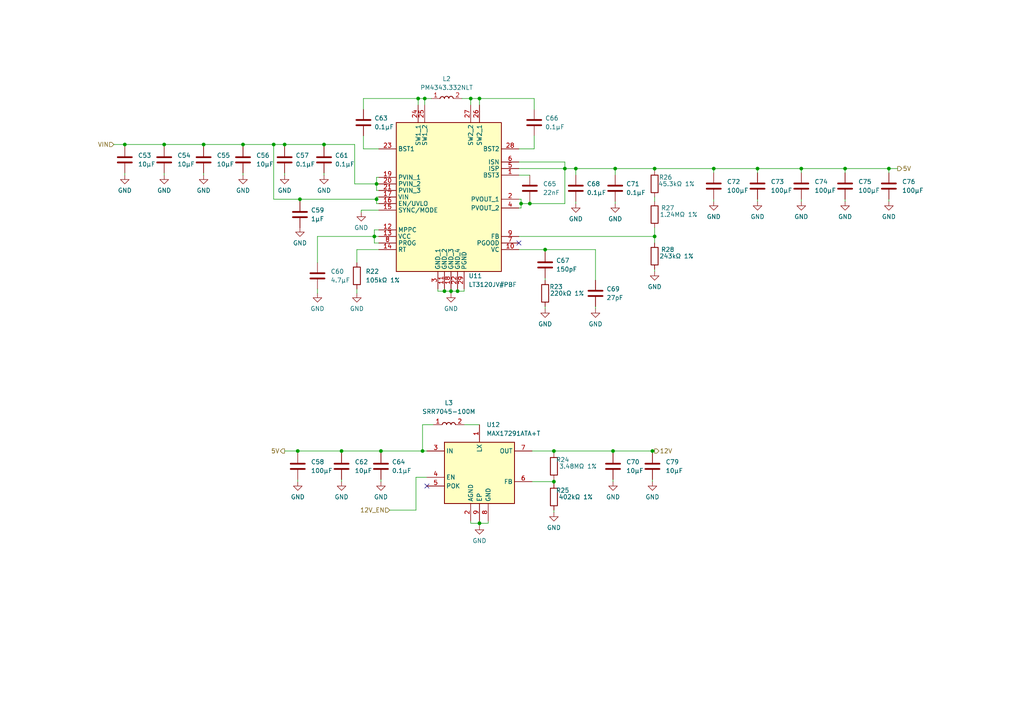
<source format=kicad_sch>
(kicad_sch (version 20230121) (generator eeschema)
  (paper "A4")
  (lib_symbols
    (symbol "Device:C" (pin_numbers hide) (pin_names (offset 0.254))
      (property "Reference" "C" (at 0.635 2.54 0))
      (property "Value" "C" (at 0.635 -2.54 0))
      (symbol "C_0_1"
        (polyline (pts (xy -2.032 -0.762) (xy 2.032 -0.762)) (stroke (width 0.508)))
        (polyline (pts (xy -2.032 0.762) (xy 2.032 0.762)) (stroke (width 0.508)))
      )
      (symbol "C_1_1"
        (pin passive line (at 0 3.81 270) (length 2.794) (name "~") (number "1"))
        (pin passive line (at 0 -3.81 90) (length 2.794) (name "~") (number "2"))
      )
    )
    (symbol "Device:R" (pin_numbers hide) (pin_names (offset 0))
      (property "Reference" "R" (at 2.032 0 90))
      (property "Value" "R" (at 0 0 90))
      (symbol "R_0_1"
        (rectangle (start -1.016 -2.54) (end 1.016 2.54) (stroke (width 0.254)))
      )
      (symbol "R_1_1"
        (pin passive line (at 0 3.81 270) (length 1.27) (name "~") (number "1"))
        (pin passive line (at 0 -3.81 90) (length 1.27) (name "~") (number "2"))
      )
    )
    (symbol "LT3120JV#PBF:LT3120JV#PBF"
      (property "Reference" "IC" (at 15.875 21.59 0))
      (property "Value" "LT3120JV#PBF" (at 15.875 19.685 0))
      (symbol "LT3120JV#PBF_1_1"
        (rectangle (start -15.875 20.32) (end 14.605 -22.86) (stroke (width 0.254)) (fill (type background)))
        (pin passive line (at 19.685 5.08 180) (length 5.08) (name "BST3") (number "1"))
        (pin passive line (at 19.685 -16.51 180) (length 5.08) (name "VC") (number "10"))
        (pin passive line (at -1.905 -27.94 90) (length 5.08) (name "GND_2") (number "11"))
        (pin passive line (at -20.955 -10.795 0) (length 5.08) (name "MPPC") (number "12"))
        (pin passive line (at -20.955 -12.7 0) (length 5.08) (name "VCC") (number "13"))
        (pin passive line (at -20.955 -16.51 0) (length 5.08) (name "RT") (number "14"))
        (pin passive line (at -20.955 -5.08 0) (length 5.08) (name "SYNC/MODE") (number "15"))
        (pin passive line (at -20.955 -3.175 0) (length 5.08) (name "EN/UVLO") (number "16"))
        (pin passive line (at -20.955 -1.27 0) (length 5.08) (name "VIN") (number "17"))
        (pin passive line (at 0 -27.94 90) (length 5.08) (name "GND_3") (number "18"))
        (pin passive line (at -20.955 4.445 0) (length 5.08) (name "PVIN_1") (number "19"))
        (pin passive line (at 19.685 -1.905 180) (length 5.08) (name "PVOUT_1") (number "2"))
        (pin passive line (at -20.955 2.54 0) (length 5.08) (name "PVIN_2") (number "20"))
        (pin passive line (at -20.955 0.635 0) (length 5.08) (name "PVIN_3") (number "21"))
        (pin passive line (at 1.905 -27.94 90) (length 5.08) (name "GND_4") (number "22"))
        (pin passive line (at -20.955 12.7 0) (length 5.08) (name "BST1") (number "23"))
        (pin passive line (at -9.525 25.4 270) (length 5.08) (name "SW1_1") (number "24"))
        (pin passive line (at -7.62 25.4 270) (length 5.08) (name "SW1_2") (number "25"))
        (pin passive line (at 8.255 25.4 270) (length 5.08) (name "SW2_1") (number "26"))
        (pin passive line (at 5.715 25.4 270) (length 5.08) (name "SW2_2") (number "27"))
        (pin passive line (at 19.685 12.7 180) (length 5.08) (name "BST2") (number "28"))
        (pin passive line (at 3.81 -27.94 90) (length 5.08) (name "PGND") (number "29"))
        (pin passive line (at -3.81 -27.94 90) (length 5.08) (name "GND_1") (number "3"))
        (pin passive line (at 19.685 -4.445 180) (length 5.08) (name "PVOUT_2") (number "4"))
        (pin passive line (at 19.685 6.985 180) (length 5.08) (name "ISP") (number "5"))
        (pin passive line (at 19.685 8.89 180) (length 5.08) (name "ISN") (number "6"))
        (pin passive line (at 19.685 -14.605 180) (length 5.08) (name "PGOOD") (number "7"))
        (pin passive line (at -20.955 -14.605 0) (length 5.08) (name "PROG") (number "8"))
        (pin passive line (at 19.685 -12.7 180) (length 5.08) (name "FB") (number "9"))
      )
    )
    (symbol "MAX17291ATA+T:MAX17291ATA+T"
      (property "Reference" "U" (at 1.905 11.43 0))
      (property "Value" "MAX17291ATA+T" (at 8.89 9.525 0))
      (symbol "MAX17291ATA+T_1_1"
        (rectangle (start -10.16 8.255) (end 10.16 -9.525) (stroke (width 0.254)) (fill (type background)))
        (pin passive line (at 0 13.335 270) (length 5.08) (name "LX") (number "1"))
        (pin passive line (at -2.54 -14.605 90) (length 5.08) (name "AGND") (number "2"))
        (pin passive line (at -15.24 5.715 0) (length 5.08) (name "IN") (number "3"))
        (pin passive line (at -15.24 -1.905 0) (length 5.08) (name "EN") (number "4"))
        (pin passive line (at -15.24 -4.445 0) (length 5.08) (name "POK") (number "5"))
        (pin passive line (at 15.24 -3.175 180) (length 5.08) (name "FB") (number "6"))
        (pin passive line (at 15.24 5.715 180) (length 5.08) (name "OUT") (number "7"))
        (pin passive line (at 2.54 -14.605 90) (length 5.08) (name "GND") (number "8"))
        (pin passive line (at 0 -14.605 90) (length 5.08) (name "EP") (number "9"))
      )
    )
    (symbol "PM4343_332NLT:PM4343.332NLT" (pin_names hide)
      (property "Reference" "L" (at -6.985 5.08 0))
      (property "Value" "PM4343.332NLT" (at 0 3.175 0))
      (symbol "PM4343.332NLT_1_1"
        (arc (start -0.635 0) (mid -1.27 0.5535) (end -1.905 0) (stroke (width 0.254)))
        (arc (start 0.635 0.0875) (mid 0 0.641) (end -0.635 0.0875) (stroke (width 0.254)))
        (arc (start 1.905 0.0875) (mid 1.27 0.641) (end 0.635 0.0875) (stroke (width 0.254)))
        (pin passive line (at -4.445 0 0) (length 2.54) (name "1") (number "1"))
        (pin passive line (at 4.445 0 180) (length 2.54) (name "2") (number "2"))
      )
    )
    (symbol "SRR7045-100M:SRR7045-100M" (pin_names hide)
      (property "Reference" "L" (at -5.715 5.08 0))
      (property "Value" "SRR7045-100M" (at 1.27 3.175 0))
      (symbol "SRR7045-100M_1_1"
        (arc (start -0.635 0.083) (mid -1.27 0.6404) (end -1.905 0.083) (stroke (width 0.254)))
        (arc (start 0.635 0.0714) (mid 0 0.639) (end -0.635 0.0714) (stroke (width 0.254)))
        (arc (start 1.905 0.0677) (mid 1.27 0.6386) (end 0.635 0.0677) (stroke (width 0.254)))
        (pin passive line (at -4.445 0 0) (length 2.54) (name "1") (number "1"))
        (pin passive line (at 4.445 0 180) (length 2.54) (name "2") (number "2"))
      )
    )
    (symbol "power:GND" (power) (pin_names (offset 0))
      (property "Value" "GND" (at 0 -3.81 0))
      (symbol "GND_0_1"
        (polyline (pts (xy 0 0) (xy 0 -1.27) (xy 1.27 -1.27) (xy 0 -2.54) (xy -1.27 -1.27) (xy 0 -1.27)))
      )
      (symbol "GND_1_1"
        (pin power_in line (at 0 0 270) (length 0) hide (name "GND") (number "1"))
      )
    )
  )
  (junction (at 219.71 48.895))
  (junction (at 128.905 84.455))
  (junction (at 232.41 48.895))
  (junction (at 257.81 48.895))
  (junction (at 189.23 130.81))
  (junction (at 178.435 48.895))
  (junction (at 122.555 130.81))
  (junction (at 158.115 72.39))
  (junction (at 108.585 68.58))
  (junction (at 139.065 28.575))
  (junction (at 79.375 41.91))
  (junction (at 189.865 48.895))
  (junction (at 167.005 48.895))
  (junction (at 132.715 84.455))
  (junction (at 47.625 41.91))
  (junction (at 139.065 151.765))
  (junction (at 130.81 84.455))
  (junction (at 86.995 57.785))
  (junction (at 207.01 48.895))
  (junction (at 151.13 59.055))
  (junction (at 160.655 139.7))
  (junction (at 163.83 48.895))
  (junction (at 86.36 130.81))
  (junction (at 123.19 28.575))
  (junction (at 109.22 57.785))
  (junction (at 153.67 59.055))
  (junction (at 160.655 130.81))
  (junction (at 36.195 41.91))
  (junction (at 177.8 130.81))
  (junction (at 189.865 68.58))
  (junction (at 110.49 130.81))
  (junction (at 136.525 28.575))
  (junction (at 109.22 53.34))
  (junction (at 59.055 41.91))
  (junction (at 93.98 41.91))
  (junction (at 99.06 130.81))
  (junction (at 121.285 28.575))
  (junction (at 82.55 41.91))
  (junction (at 245.11 48.895))
  (junction (at 70.485 41.91))
  (no_connect (at 123.825 140.97))
  (no_connect (at 150.495 70.485))
  (wire (pts (xy 127 83.82) (xy 127 84.455)))
  (wire (pts (xy 245.11 58.42) (xy 245.11 57.785)))
  (wire (pts (xy 207.01 50.165) (xy 207.01 48.895)))
  (wire (pts (xy 92.075 68.58) (xy 108.585 68.58)))
  (wire (pts (xy 122.555 123.19) (xy 122.555 130.81)))
  (wire (pts (xy 108.585 68.58) (xy 108.585 70.485)))
  (wire (pts (xy 104.775 61.595) (xy 104.775 60.96)))
  (wire (pts (xy 189.865 66.04) (xy 189.865 68.58)))
  (wire (pts (xy 93.98 50.8) (xy 93.98 50.165)))
  (wire (pts (xy 189.865 78.74) (xy 189.865 78.105)))
  (wire (pts (xy 109.22 53.34) (xy 109.855 53.34)))
  (wire (pts (xy 232.41 48.895) (xy 219.71 48.895)))
  (wire (pts (xy 136.525 28.575) (xy 136.525 30.48)))
  (wire (pts (xy 59.055 42.545) (xy 59.055 41.91)))
  (wire (pts (xy 103.505 72.39) (xy 103.505 76.2)))
  (wire (pts (xy 99.06 130.81) (xy 110.49 130.81)))
  (wire (pts (xy 167.005 48.895) (xy 163.83 48.895)))
  (wire (pts (xy 158.115 88.9) (xy 158.115 89.535)))
  (wire (pts (xy 163.83 46.99) (xy 163.83 48.895)))
  (wire (pts (xy 109.855 59.055) (xy 109.22 59.055)))
  (wire (pts (xy 109.22 53.34) (xy 109.22 55.245)))
  (wire (pts (xy 130.81 84.455) (xy 132.715 84.455)))
  (wire (pts (xy 177.8 131.445) (xy 177.8 130.81)))
  (wire (pts (xy 219.71 58.42) (xy 219.71 57.785)))
  (wire (pts (xy 36.195 41.91) (xy 47.625 41.91)))
  (wire (pts (xy 109.855 55.245) (xy 109.22 55.245)))
  (wire (pts (xy 47.625 50.8) (xy 47.625 50.165)))
  (wire (pts (xy 109.855 72.39) (xy 103.505 72.39)))
  (wire (pts (xy 178.435 48.895) (xy 167.005 48.895)))
  (wire (pts (xy 257.81 48.895) (xy 260.35 48.895)))
  (wire (pts (xy 189.23 139.7) (xy 189.23 139.065)))
  (wire (pts (xy 158.115 80.645) (xy 158.115 81.28)))
  (wire (pts (xy 189.865 68.58) (xy 189.865 70.485)))
  (wire (pts (xy 123.19 28.575) (xy 123.19 30.48)))
  (wire (pts (xy 102.87 53.34) (xy 109.22 53.34)))
  (wire (pts (xy 92.075 76.2) (xy 92.075 68.58)))
  (wire (pts (xy 93.98 41.91) (xy 102.87 41.91)))
  (wire (pts (xy 109.855 51.435) (xy 109.22 51.435)))
  (wire (pts (xy 160.655 130.81) (xy 154.305 130.81)))
  (wire (pts (xy 86.36 130.81) (xy 99.06 130.81)))
  (wire (pts (xy 86.995 58.42) (xy 86.995 57.785)))
  (wire (pts (xy 36.195 42.545) (xy 36.195 41.91)))
  (wire (pts (xy 177.8 139.7) (xy 177.8 139.065)))
  (wire (pts (xy 82.55 41.91) (xy 82.55 42.545)))
  (wire (pts (xy 70.485 41.91) (xy 79.375 41.91)))
  (wire (pts (xy 110.49 139.7) (xy 110.49 139.065)))
  (wire (pts (xy 150.495 72.39) (xy 158.115 72.39)))
  (wire (pts (xy 257.81 58.42) (xy 257.81 57.785)))
  (wire (pts (xy 113.03 147.955) (xy 120.65 147.955)))
  (wire (pts (xy 130.81 85.09) (xy 130.81 84.455)))
  (wire (pts (xy 163.83 59.055) (xy 153.67 59.055)))
  (wire (pts (xy 79.375 57.785) (xy 79.375 41.91)))
  (wire (pts (xy 150.495 60.325) (xy 151.13 60.325)))
  (wire (pts (xy 47.625 42.545) (xy 47.625 41.91)))
  (wire (pts (xy 109.22 51.435) (xy 109.22 53.34)))
  (wire (pts (xy 189.865 49.53) (xy 189.865 48.895)))
  (wire (pts (xy 154.94 28.575) (xy 139.065 28.575)))
  (wire (pts (xy 245.11 50.165) (xy 245.11 48.895)))
  (wire (pts (xy 86.36 139.7) (xy 86.36 139.065)))
  (wire (pts (xy 150.495 57.785) (xy 151.13 57.785)))
  (wire (pts (xy 125.095 28.575) (xy 123.19 28.575)))
  (wire (pts (xy 59.055 50.8) (xy 59.055 50.165)))
  (wire (pts (xy 154.94 43.18) (xy 150.495 43.18)))
  (wire (pts (xy 108.585 70.485) (xy 109.855 70.485)))
  (wire (pts (xy 105.41 43.18) (xy 105.41 39.37)))
  (wire (pts (xy 104.775 60.96) (xy 109.855 60.96)))
  (wire (pts (xy 158.115 72.39) (xy 172.72 72.39)))
  (wire (pts (xy 178.435 50.8) (xy 178.435 48.895)))
  (wire (pts (xy 167.005 59.055) (xy 167.005 58.42)))
  (wire (pts (xy 47.625 41.91) (xy 59.055 41.91)))
  (wire (pts (xy 139.065 28.575) (xy 136.525 28.575)))
  (wire (pts (xy 82.55 130.81) (xy 86.36 130.81)))
  (wire (pts (xy 151.13 59.055) (xy 151.13 60.325)))
  (wire (pts (xy 150.495 68.58) (xy 189.865 68.58)))
  (wire (pts (xy 177.8 130.81) (xy 160.655 130.81)))
  (wire (pts (xy 134.62 83.82) (xy 134.62 84.455)))
  (wire (pts (xy 189.23 130.81) (xy 189.865 130.81)))
  (wire (pts (xy 257.81 50.165) (xy 257.81 48.895)))
  (wire (pts (xy 160.655 148.59) (xy 160.655 147.955)))
  (wire (pts (xy 207.01 58.42) (xy 207.01 57.785)))
  (wire (pts (xy 150.495 50.8) (xy 153.67 50.8)))
  (wire (pts (xy 132.715 83.82) (xy 132.715 84.455)))
  (wire (pts (xy 128.905 84.455) (xy 130.81 84.455)))
  (wire (pts (xy 232.41 50.165) (xy 232.41 48.895)))
  (wire (pts (xy 154.94 39.37) (xy 154.94 43.18)))
  (wire (pts (xy 154.305 139.7) (xy 160.655 139.7)))
  (wire (pts (xy 86.995 57.785) (xy 109.22 57.785)))
  (wire (pts (xy 150.495 48.895) (xy 163.83 48.895)))
  (wire (pts (xy 232.41 58.42) (xy 232.41 57.785)))
  (wire (pts (xy 82.55 50.8) (xy 82.55 50.165)))
  (wire (pts (xy 120.65 147.955) (xy 120.65 138.43)))
  (wire (pts (xy 128.905 83.82) (xy 128.905 84.455)))
  (wire (pts (xy 219.71 50.165) (xy 219.71 48.895)))
  (wire (pts (xy 108.585 66.675) (xy 108.585 68.58)))
  (wire (pts (xy 153.67 59.055) (xy 151.13 59.055)))
  (wire (pts (xy 177.8 130.81) (xy 189.23 130.81)))
  (wire (pts (xy 189.23 130.81) (xy 189.23 131.445)))
  (wire (pts (xy 189.865 57.15) (xy 189.865 58.42)))
  (wire (pts (xy 150.495 46.99) (xy 163.83 46.99)))
  (wire (pts (xy 109.22 59.055) (xy 109.22 57.785)))
  (wire (pts (xy 139.065 151.765) (xy 141.605 151.765)))
  (wire (pts (xy 92.075 85.09) (xy 92.075 83.82)))
  (wire (pts (xy 132.715 84.455) (xy 134.62 84.455)))
  (wire (pts (xy 86.36 131.445) (xy 86.36 130.81)))
  (wire (pts (xy 110.49 131.445) (xy 110.49 130.81)))
  (wire (pts (xy 139.065 151.13) (xy 139.065 151.765)))
  (wire (pts (xy 33.02 41.91) (xy 36.195 41.91)))
  (wire (pts (xy 141.605 151.13) (xy 141.605 151.765)))
  (wire (pts (xy 160.655 139.7) (xy 160.655 140.335)))
  (wire (pts (xy 136.525 151.13) (xy 136.525 151.765)))
  (wire (pts (xy 99.06 131.445) (xy 99.06 130.81)))
  (wire (pts (xy 139.065 30.48) (xy 139.065 28.575)))
  (wire (pts (xy 121.285 30.48) (xy 121.285 28.575)))
  (wire (pts (xy 151.13 57.785) (xy 151.13 59.055)))
  (wire (pts (xy 79.375 41.91) (xy 82.55 41.91)))
  (wire (pts (xy 178.435 59.055) (xy 178.435 58.42)))
  (wire (pts (xy 59.055 41.91) (xy 70.485 41.91)))
  (wire (pts (xy 70.485 50.8) (xy 70.485 50.165)))
  (wire (pts (xy 109.22 57.15) (xy 109.855 57.15)))
  (wire (pts (xy 93.98 41.91) (xy 93.98 42.545)))
  (wire (pts (xy 125.73 123.19) (xy 122.555 123.19)))
  (wire (pts (xy 110.49 130.81) (xy 122.555 130.81)))
  (wire (pts (xy 86.995 57.785) (xy 79.375 57.785)))
  (wire (pts (xy 219.71 48.895) (xy 207.01 48.895)))
  (wire (pts (xy 139.065 151.765) (xy 139.065 152.4)))
  (wire (pts (xy 160.655 139.7) (xy 160.655 139.065)))
  (wire (pts (xy 245.11 48.895) (xy 257.81 48.895)))
  (wire (pts (xy 105.41 28.575) (xy 121.285 28.575)))
  (wire (pts (xy 109.22 57.785) (xy 109.22 57.15)))
  (wire (pts (xy 167.005 50.8) (xy 167.005 48.895)))
  (wire (pts (xy 153.67 58.42) (xy 153.67 59.055)))
  (wire (pts (xy 99.06 139.7) (xy 99.06 139.065)))
  (wire (pts (xy 120.65 138.43) (xy 123.825 138.43)))
  (wire (pts (xy 133.985 28.575) (xy 136.525 28.575)))
  (wire (pts (xy 109.855 43.18) (xy 105.41 43.18)))
  (wire (pts (xy 105.41 31.75) (xy 105.41 28.575)))
  (wire (pts (xy 130.81 83.82) (xy 130.81 84.455)))
  (wire (pts (xy 102.87 41.91) (xy 102.87 53.34)))
  (wire (pts (xy 172.72 81.28) (xy 172.72 72.39)))
  (wire (pts (xy 207.01 48.895) (xy 189.865 48.895)))
  (wire (pts (xy 154.94 31.75) (xy 154.94 28.575)))
  (wire (pts (xy 109.855 66.675) (xy 108.585 66.675)))
  (wire (pts (xy 108.585 68.58) (xy 109.855 68.58)))
  (wire (pts (xy 70.485 42.545) (xy 70.485 41.91)))
  (wire (pts (xy 178.435 48.895) (xy 189.865 48.895)))
  (wire (pts (xy 121.285 28.575) (xy 123.19 28.575)))
  (wire (pts (xy 127 84.455) (xy 128.905 84.455)))
  (wire (pts (xy 36.195 50.8) (xy 36.195 50.165)))
  (wire (pts (xy 160.655 131.445) (xy 160.655 130.81)))
  (wire (pts (xy 82.55 41.91) (xy 93.98 41.91)))
  (wire (pts (xy 103.505 85.09) (xy 103.505 83.82)))
  (wire (pts (xy 163.83 48.895) (xy 163.83 59.055)))
  (wire (pts (xy 245.11 48.895) (xy 232.41 48.895)))
  (wire (pts (xy 158.115 72.39) (xy 158.115 73.025)))
  (wire (pts (xy 122.555 130.81) (xy 123.825 130.81)))
  (wire (pts (xy 136.525 151.765) (xy 139.065 151.765)))
  (wire (pts (xy 172.72 89.535) (xy 172.72 88.9)))
  (wire (pts (xy 134.62 123.19) (xy 139.065 123.19)))
  (hierarchical_label "VIN" (shape input) (at 33.02 41.91 180))
  (hierarchical_label "12V" (shape output) (at 189.865 130.81 0))
  (hierarchical_label "5V" (shape output) (at 82.55 130.81 180))
  (hierarchical_label "5V" (shape output) (at 260.35 48.895 0))
  (hierarchical_label "12V_EN" (shape input) (at 113.03 147.955 180))
  (symbol (lib_id "Device:R") (at 160.655 144.145 0) (unit 1)
    (property "Reference" "R25" (at 163.195 142.24 0))
    (property "Value" "402kΩ 1%" (at 167.005 144.145 0))
    (property "Footprint" "Resistor_SMD:R_0603_1608Metric" (effects hide))
    (property "JLCPCB" "C2960796" (effects hide))
  )
  (symbol (lib_id "power:GND") (at 59.055 50.8 0) (unit 1)
    (property "Reference" "#PWR083" (effects hide))
    (property "Value" "GND" (at 59.055 55.245 0))
  )
  (symbol (lib_id "power:GND") (at 207.01 58.42 0) (unit 1)
    (property "Reference" "#PWR0103" (effects hide))
    (property "Value" "GND" (at 207.01 62.865 0))
  )
  (symbol (lib_id "power:GND") (at 189.865 78.74 0) (unit 1)
    (property "Reference" "#PWR0102" (effects hide))
    (property "Value" "GND" (at 189.865 83.185 0))
  )
  (symbol (lib_id "MAX17291ATA+T:MAX17291ATA+T") (at 139.065 136.525 0) (unit 1)
    (property "Reference" "U12" (at 141.0844 123.19 0) (effects (justify left)))
    (property "Value" "MAX17291ATA+T" (at 141.0844 125.73 0) (effects (justify left)))
    (property "Footprint" "MAX17291ATA+T:SON50P200X200X80-9N-D" (effects hide))
  )
  (symbol (lib_id "power:GND") (at 172.72 89.535 0) (unit 1)
    (property "Reference" "#PWR099" (effects hide))
    (property "Value" "GND" (at 172.72 93.98 0))
  )
  (symbol (lib_id "Device:C") (at 177.8 135.255 0) (unit 1)
    (property "Reference" "C70" (at 181.61 133.9849 0) (effects (justify left)))
    (property "Value" "10µF" (at 181.61 136.5249 0) (effects (justify left)))
    (property "Footprint" "Capacitor_SMD:C_1206_3216Metric" (effects hide))
    (property "JLCPCB" "C13585" (effects hide))
  )
  (symbol (lib_id "Device:C") (at 172.72 85.09 0) (unit 1)
    (property "Reference" "C69" (at 175.895 83.82 0) (effects (justify left)))
    (property "Value" "27pF" (at 175.895 86.36 0) (effects (justify left)))
    (property "Footprint" "Capacitor_SMD:C_0603_1608Metric" (effects hide))
    (property "JLCPCB" "C107045" (effects hide))
  )
  (symbol (lib_id "power:GND") (at 36.195 50.8 0) (unit 1)
    (property "Reference" "#PWR081" (effects hide))
    (property "Value" "GND" (at 36.195 55.245 0))
  )
  (symbol (lib_id "power:GND") (at 178.435 59.055 0) (unit 1)
    (property "Reference" "#PWR0101" (effects hide))
    (property "Value" "GND" (at 178.435 63.5 0))
  )
  (symbol (lib_id "Device:C") (at 178.435 54.61 0) (unit 1)
    (property "Reference" "C71" (at 181.61 53.34 0) (effects (justify left)))
    (property "Value" "0.1µF" (at 181.61 55.88 0) (effects (justify left)))
    (property "Footprint" "Capacitor_SMD:C_0603_1608Metric" (effects hide))
    (property "JLCPCB" "C14663" (effects hide))
  )
  (symbol (lib_id "Device:C") (at 167.005 54.61 0) (unit 1)
    (property "Reference" "C68" (at 170.18 53.34 0) (effects (justify left)))
    (property "Value" "0.1µF" (at 170.18 55.88 0) (effects (justify left)))
    (property "Footprint" "Capacitor_SMD:C_0603_1608Metric" (effects hide))
    (property "JLCPCB" "C14663" (effects hide))
  )
  (symbol (lib_id "Device:R") (at 158.115 85.09 0) (unit 1)
    (property "Reference" "R23" (at 161.29 83.185 0))
    (property "Value" "220kΩ 1%" (at 164.465 85.09 0))
    (property "Footprint" "Resistor_SMD:R_0603_1608Metric" (effects hide))
    (property "JLCPCB" "C22961" (effects hide))
  )
  (symbol (lib_id "Device:C") (at 47.625 46.355 0) (unit 1)
    (property "Reference" "C54" (at 51.435 45.0849 0) (effects (justify left)))
    (property "Value" "10µF" (at 51.435 47.6249 0) (effects (justify left)))
    (property "Footprint" "Capacitor_SMD:C_1206_3216Metric" (effects hide))
    (property "JLCPCB" "C13585" (effects hide))
  )
  (symbol (lib_id "Device:C") (at 245.11 53.975 0) (unit 1)
    (property "Reference" "C75" (at 248.92 52.7049 0) (effects (justify left)))
    (property "Value" "100µF" (at 248.92 55.2449 0) (effects (justify left)))
    (property "Footprint" "Capacitor_SMD:C_1210_3225Metric" (effects hide))
    (property "JLCPCB" "C49066" (effects hide))
  )
  (symbol (lib_id "power:GND") (at 245.11 58.42 0) (unit 1)
    (property "Reference" "#PWR0106" (effects hide))
    (property "Value" "GND" (at 245.11 62.865 0))
  )
  (symbol (lib_id "Device:C") (at 59.055 46.355 0) (unit 1)
    (property "Reference" "C55" (at 62.865 45.0849 0) (effects (justify left)))
    (property "Value" "10µF" (at 62.865 47.6249 0) (effects (justify left)))
    (property "Footprint" "Capacitor_SMD:C_1206_3216Metric" (effects hide))
    (property "JLCPCB" "C13585" (effects hide))
  )
  (symbol (lib_id "Device:C") (at 93.98 46.355 0) (unit 1)
    (property "Reference" "C61" (at 97.155 45.085 0) (effects (justify left)))
    (property "Value" "0.1µF" (at 97.155 47.625 0) (effects (justify left)))
    (property "Footprint" "Capacitor_SMD:C_0603_1608Metric" (effects hide))
    (property "JLCPCB" "C14663" (effects hide))
  )
  (symbol (lib_id "power:GND") (at 82.55 50.8 0) (unit 1)
    (property "Reference" "#PWR085" (effects hide))
    (property "Value" "GND" (at 82.55 55.245 0))
  )
  (symbol (lib_id "Device:C") (at 82.55 46.355 0) (unit 1)
    (property "Reference" "C57" (at 85.725 45.085 0) (effects (justify left)))
    (property "Value" "0.1µF" (at 85.725 47.625 0) (effects (justify left)))
    (property "Footprint" "Capacitor_SMD:C_0603_1608Metric" (effects hide))
    (property "JLCPCB" "C14663" (effects hide))
  )
  (symbol (lib_id "Device:C") (at 153.67 54.61 0) (unit 1)
    (property "Reference" "C65" (at 157.48 53.3399 0) (effects (justify left)))
    (property "Value" "22nF" (at 157.48 55.8799 0) (effects (justify left)))
    (property "Footprint" "Capacitor_SMD:C_0603_1608Metric" (effects hide))
    (property "JLCPCB" "C21122" (effects hide))
  )
  (symbol (lib_id "power:GND") (at 104.775 61.595 0) (unit 1)
    (property "Reference" "#PWR092" (effects hide))
    (property "Value" "GND" (at 104.775 66.04 0))
  )
  (symbol (lib_id "power:GND") (at 160.655 148.59 0) (unit 1)
    (property "Reference" "#PWR097" (effects hide))
    (property "Value" "GND" (at 160.655 153.035 0))
  )
  (symbol (lib_id "Device:C") (at 99.06 135.255 0) (unit 1)
    (property "Reference" "C62" (at 102.87 133.9849 0) (effects (justify left)))
    (property "Value" "10µF" (at 102.87 136.5249 0) (effects (justify left)))
    (property "Footprint" "Capacitor_SMD:C_1206_3216Metric" (effects hide))
    (property "JLCPCB" "C13585" (effects hide))
  )
  (symbol (lib_id "SRR7045-100M:SRR7045-100M") (at 130.175 123.19 0) (unit 1)
    (property "Reference" "L3" (at 130.175 116.84 0))
    (property "Value" "SRR7045-100M" (at 130.175 119.38 0))
    (property "Footprint" "SRR7045-100M:SRR7045100M" (effects hide))
    (property "JLCPCB" "C1329516" (effects hide))
  )
  (symbol (lib_id "power:GND") (at 47.625 50.8 0) (unit 1)
    (property "Reference" "#PWR082" (effects hide))
    (property "Value" "GND" (at 47.625 55.245 0))
  )
  (symbol (lib_id "power:GND") (at 70.485 50.8 0) (unit 1)
    (property "Reference" "#PWR084" (effects hide))
    (property "Value" "GND" (at 70.485 55.245 0))
  )
  (symbol (lib_id "power:GND") (at 167.005 59.055 0) (unit 1)
    (property "Reference" "#PWR098" (effects hide))
    (property "Value" "GND" (at 167.005 63.5 0))
  )
  (symbol (lib_id "Device:C") (at 86.995 62.23 180) (unit 1)
    (property "Reference" "C59" (at 90.17 60.9599 0) (effects (justify right)))
    (property "Value" "1μF" (at 90.17 63.4999 0) (effects (justify right)))
    (property "Footprint" "Capacitor_SMD:C_0603_1608Metric" (effects hide))
    (property "JLCPCB" "C15849" (effects hide))
  )
  (symbol (lib_id "power:GND") (at 219.71 58.42 0) (unit 1)
    (property "Reference" "#PWR0104" (effects hide))
    (property "Value" "GND" (at 219.71 62.865 0))
  )
  (symbol (lib_id "Device:C") (at 257.81 53.975 0) (unit 1)
    (property "Reference" "C76" (at 261.62 52.7049 0) (effects (justify left)))
    (property "Value" "100µF" (at 261.62 55.2449 0) (effects (justify left)))
    (property "Footprint" "Capacitor_SMD:C_1210_3225Metric" (effects hide))
    (property "JLCPCB" "C49066" (effects hide))
  )
  (symbol (lib_id "Device:R") (at 189.865 62.23 0) (unit 1)
    (property "Reference" "R27" (at 193.675 60.325 0))
    (property "Value" "1.24MΩ 1%" (at 196.85 62.23 0))
    (property "Footprint" "Resistor_SMD:R_0603_1608Metric" (effects hide))
    (property "JLCPCB" "C910921" (effects hide))
  )
  (symbol (lib_id "LT3120JV#PBF:LT3120JV#PBF") (at 130.81 55.88 0) (unit 1)
    (property "Reference" "U11" (at 135.89 80.01 0) (effects (justify left)))
    (property "Value" "LT3120JV#PBF" (at 135.89 82.55 0) (effects (justify left)))
    (property "Footprint" "LT3120JV#PBF:QFN50P400X500X83-29N-D" (effects hide))
  )
  (symbol (lib_id "Device:R") (at 103.505 80.01 0) (unit 1)
    (property "Reference" "R22" (at 106.045 78.7399 0) (effects (justify left)))
    (property "Value" "105kΩ 1%" (at 106.045 81.2799 0) (effects (justify left)))
    (property "Footprint" "Resistor_SMD:R_0603_1608Metric" (effects hide))
    (property "JLCPCB" "C325596" (effects hide))
  )
  (symbol (lib_id "power:GND") (at 99.06 139.7 0) (unit 1)
    (property "Reference" "#PWR090" (effects hide))
    (property "Value" "GND" (at 99.06 144.145 0))
  )
  (symbol (lib_id "power:GND") (at 189.23 139.7 0) (unit 1)
    (property "Reference" "#PWR021" (effects hide))
    (property "Value" "GND" (at 189.23 144.145 0))
  )
  (symbol (lib_id "PM4343_332NLT:PM4343.332NLT") (at 129.54 28.575 0) (unit 1)
    (property "Reference" "L2" (at 129.54 22.86 0))
    (property "Value" "PM4343.332NLT" (at 129.54 25.4 0))
    (property "Footprint" "PM4343:INDPM140128X650N" (effects hide))
    (property "JLCPCB" "C2594689" (effects hide))
  )
  (symbol (lib_id "Device:R") (at 189.865 53.34 0) (unit 1)
    (property "Reference" "R26" (at 193.04 51.435 0))
    (property "Value" "45.3kΩ 1%" (at 196.215 53.34 0))
    (property "Footprint" "Resistor_SMD:R_0603_1608Metric" (effects hide))
    (property "JLCPCB" "C209146" (effects hide))
  )
  (symbol (lib_id "power:GND") (at 110.49 139.7 0) (unit 1)
    (property "Reference" "#PWR093" (effects hide))
    (property "Value" "GND" (at 110.49 144.145 0))
  )
  (symbol (lib_id "power:GND") (at 103.505 85.09 0) (unit 1)
    (property "Reference" "#PWR091" (effects hide))
    (property "Value" "GND" (at 103.505 89.535 0))
  )
  (symbol (lib_id "Device:C") (at 92.075 80.01 180) (unit 1)
    (property "Reference" "C60" (at 95.885 78.7399 0) (effects (justify right)))
    (property "Value" "4.7μF" (at 95.885 81.2799 0) (effects (justify right)))
    (property "Footprint" "Capacitor_SMD:C_0603_1608Metric" (effects hide))
    (property "JLCPCB" "C19666" (effects hide))
  )
  (symbol (lib_id "Device:C") (at 36.195 46.355 0) (unit 1)
    (property "Reference" "C53" (at 40.005 45.0849 0) (effects (justify left)))
    (property "Value" "10µF" (at 40.005 47.6249 0) (effects (justify left)))
    (property "Footprint" "Capacitor_SMD:C_1206_3216Metric" (effects hide))
    (property "JLCPCB" "C13585" (effects hide))
  )
  (symbol (lib_id "Device:C") (at 86.36 135.255 0) (unit 1)
    (property "Reference" "C58" (at 90.17 133.9849 0) (effects (justify left)))
    (property "Value" "100µF" (at 90.17 136.5249 0) (effects (justify left)))
    (property "Footprint" "Capacitor_SMD:C_1210_3225Metric" (effects hide))
    (property "JLCPCB" "C49066" (effects hide))
  )
  (symbol (lib_id "Device:C") (at 105.41 35.56 0) (unit 1)
    (property "Reference" "C63" (at 108.585 34.29 0) (effects (justify left)))
    (property "Value" "0.1µF" (at 108.585 36.83 0) (effects (justify left)))
    (property "Footprint" "Capacitor_SMD:C_0603_1608Metric" (effects hide))
    (property "JLCPCB" "C14663" (effects hide))
  )
  (symbol (lib_id "Device:C") (at 189.23 135.255 0) (unit 1)
    (property "Reference" "C79" (at 193.04 133.9849 0) (effects (justify left)))
    (property "Value" "10µF" (at 193.04 136.5249 0) (effects (justify left)))
    (property "Footprint" "Capacitor_SMD:C_1206_3216Metric" (effects hide))
    (property "JLCPCB" "C13585" (effects hide))
  )
  (symbol (lib_id "Device:C") (at 219.71 53.975 0) (unit 1)
    (property "Reference" "C73" (at 223.52 52.7049 0) (effects (justify left)))
    (property "Value" "100µF" (at 223.52 55.2449 0) (effects (justify left)))
    (property "Footprint" "Capacitor_SMD:C_1210_3225Metric" (effects hide))
    (property "JLCPCB" "C49066" (effects hide))
  )
  (symbol (lib_id "Device:C") (at 158.115 76.835 0) (unit 1)
    (property "Reference" "C67" (at 161.29 75.565 0) (effects (justify left)))
    (property "Value" "150pF" (at 161.29 78.105 0) (effects (justify left)))
    (property "Footprint" "Capacitor_SMD:C_0603_1608Metric" (effects hide))
    (property "JLCPCB" "C1594" (effects hide))
  )
  (symbol (lib_id "power:GND") (at 139.065 152.4 0) (unit 1)
    (property "Reference" "#PWR095" (effects hide))
    (property "Value" "GND" (at 139.065 156.845 0))
  )
  (symbol (lib_id "Device:C") (at 110.49 135.255 0) (unit 1)
    (property "Reference" "C64" (at 113.665 133.985 0) (effects (justify left)))
    (property "Value" "0.1µF" (at 113.665 136.525 0) (effects (justify left)))
    (property "Footprint" "Capacitor_SMD:C_0603_1608Metric" (effects hide))
    (property "JLCPCB" "C14663" (effects hide))
  )
  (symbol (lib_id "Device:R") (at 189.865 74.295 0) (unit 1)
    (property "Reference" "R28" (at 193.675 72.39 0))
    (property "Value" "243kΩ 1%" (at 196.215 74.295 0))
    (property "Footprint" "Resistor_SMD:R_0603_1608Metric" (effects hide))
    (property "JLCPCB" "C100895" (effects hide))
  )
  (symbol (lib_id "Device:C") (at 207.01 53.975 0) (unit 1)
    (property "Reference" "C72" (at 210.82 52.7049 0) (effects (justify left)))
    (property "Value" "100µF" (at 210.82 55.2449 0) (effects (justify left)))
    (property "Footprint" "Capacitor_SMD:C_1210_3225Metric" (effects hide))
    (property "JLCPCB" "C49066" (effects hide))
  )
  (symbol (lib_id "power:GND") (at 177.8 139.7 0) (unit 1)
    (property "Reference" "#PWR0100" (effects hide))
    (property "Value" "GND" (at 177.8 144.145 0))
  )
  (symbol (lib_id "power:GND") (at 86.995 66.04 0) (unit 1)
    (property "Reference" "#PWR087" (effects hide))
    (property "Value" "GND" (at 86.995 70.485 0))
  )
  (symbol (lib_id "Device:R") (at 160.655 135.255 0) (unit 1)
    (property "Reference" "R24" (at 163.195 133.35 0))
    (property "Value" "3.48MΩ 1%" (at 167.64 135.255 0))
    (property "Footprint" "Resistor_SMD:R_0603_1608Metric" (effects hide))
    (property "JLCPCB" "C422936" (effects hide))
  )
  (symbol (lib_id "Device:C") (at 70.485 46.355 0) (unit 1)
    (property "Reference" "C56" (at 74.295 45.0849 0) (effects (justify left)))
    (property "Value" "10µF" (at 74.295 47.6249 0) (effects (justify left)))
    (property "Footprint" "Capacitor_SMD:C_1206_3216Metric" (effects hide))
    (property "JLCPCB" "C13585" (effects hide))
  )
  (symbol (lib_id "Device:C") (at 154.94 35.56 0) (unit 1)
    (property "Reference" "C66" (at 158.115 34.29 0) (effects (justify left)))
    (property "Value" "0.1µF" (at 158.115 36.83 0) (effects (justify left)))
    (property "Footprint" "Capacitor_SMD:C_0603_1608Metric" (effects hide))
    (property "JLCPCB" "C14663" (effects hide))
  )
  (symbol (lib_id "power:GND") (at 92.075 85.09 0) (unit 1)
    (property "Reference" "#PWR088" (effects hide))
    (property "Value" "GND" (at 92.075 89.535 0))
  )
  (symbol (lib_id "power:GND") (at 232.41 58.42 0) (unit 1)
    (property "Reference" "#PWR0105" (effects hide))
    (property "Value" "GND" (at 232.41 62.865 0))
  )
  (symbol (lib_id "power:GND") (at 257.81 58.42 0) (unit 1)
    (property "Reference" "#PWR0107" (effects hide))
    (property "Value" "GND" (at 257.81 62.865 0))
  )
  (symbol (lib_id "power:GND") (at 130.81 85.09 0) (unit 1)
    (property "Reference" "#PWR094" (effects hide))
    (property "Value" "GND" (at 130.81 89.535 0))
  )
  (symbol (lib_id "power:GND") (at 158.115 89.535 0) (unit 1)
    (property "Reference" "#PWR096" (effects hide))
    (property "Value" "GND" (at 158.115 93.98 0))
  )
  (symbol (lib_id "Device:C") (at 232.41 53.975 0) (unit 1)
    (property "Reference" "C74" (at 236.22 52.7049 0) (effects (justify left)))
    (property "Value" "100µF" (at 236.22 55.2449 0) (effects (justify left)))
    (property "Footprint" "Capacitor_SMD:C_1210_3225Metric" (effects hide))
    (property "JLCPCB" "C49066" (effects hide))
  )
  (symbol (lib_id "power:GND") (at 86.36 139.7 0) (unit 1)
    (property "Reference" "#PWR086" (effects hide))
    (property "Value" "GND" (at 86.36 144.145 0))
  )
  (symbol (lib_id "power:GND") (at 93.98 50.8 0) (unit 1)
    (property "Reference" "#PWR089" (effects hide))
    (property "Value" "GND" (at 93.98 55.245 0))
  )
)
</source>
